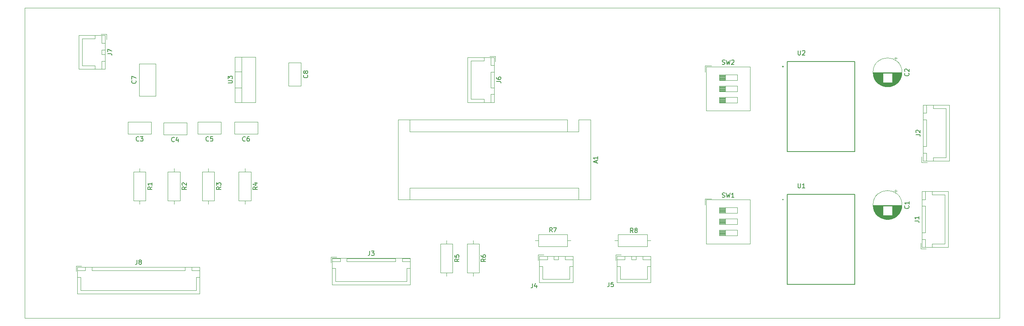
<source format=gbr>
%TF.GenerationSoftware,KiCad,Pcbnew,(6.0.7)*%
%TF.CreationDate,2023-06-05T07:56:33+05:30*%
%TF.ProjectId,acpm-arduino_motor_part,6163706d-2d61-4726-9475-696e6f5f6d6f,rev?*%
%TF.SameCoordinates,Original*%
%TF.FileFunction,Legend,Top*%
%TF.FilePolarity,Positive*%
%FSLAX46Y46*%
G04 Gerber Fmt 4.6, Leading zero omitted, Abs format (unit mm)*
G04 Created by KiCad (PCBNEW (6.0.7)) date 2023-06-05 07:56:33*
%MOMM*%
%LPD*%
G01*
G04 APERTURE LIST*
%TA.AperFunction,Profile*%
%ADD10C,0.100000*%
%TD*%
%ADD11C,0.150000*%
%ADD12C,0.120000*%
%ADD13C,0.127000*%
%ADD14C,0.200000*%
G04 APERTURE END LIST*
D10*
X39000000Y-38000000D02*
X259000000Y-38000000D01*
X259000000Y-38000000D02*
X259000000Y-108000000D01*
X259000000Y-108000000D02*
X39000000Y-108000000D01*
X39000000Y-108000000D02*
X39000000Y-38000000D01*
D11*
%TO.C,J8*%
X64369166Y-94877380D02*
X64369166Y-95591666D01*
X64321547Y-95734523D01*
X64226309Y-95829761D01*
X64083452Y-95877380D01*
X63988214Y-95877380D01*
X64988214Y-95305952D02*
X64892976Y-95258333D01*
X64845357Y-95210714D01*
X64797738Y-95115476D01*
X64797738Y-95067857D01*
X64845357Y-94972619D01*
X64892976Y-94925000D01*
X64988214Y-94877380D01*
X65178690Y-94877380D01*
X65273928Y-94925000D01*
X65321547Y-94972619D01*
X65369166Y-95067857D01*
X65369166Y-95115476D01*
X65321547Y-95210714D01*
X65273928Y-95258333D01*
X65178690Y-95305952D01*
X64988214Y-95305952D01*
X64892976Y-95353571D01*
X64845357Y-95401190D01*
X64797738Y-95496428D01*
X64797738Y-95686904D01*
X64845357Y-95782142D01*
X64892976Y-95829761D01*
X64988214Y-95877380D01*
X65178690Y-95877380D01*
X65273928Y-95829761D01*
X65321547Y-95782142D01*
X65369166Y-95686904D01*
X65369166Y-95496428D01*
X65321547Y-95401190D01*
X65273928Y-95353571D01*
X65178690Y-95305952D01*
%TO.C,J2*%
X240079880Y-66583333D02*
X240794166Y-66583333D01*
X240937023Y-66630952D01*
X241032261Y-66726190D01*
X241079880Y-66869047D01*
X241079880Y-66964285D01*
X240175119Y-66154761D02*
X240127500Y-66107142D01*
X240079880Y-66011904D01*
X240079880Y-65773809D01*
X240127500Y-65678571D01*
X240175119Y-65630952D01*
X240270357Y-65583333D01*
X240365595Y-65583333D01*
X240508452Y-65630952D01*
X241079880Y-66202380D01*
X241079880Y-65583333D01*
%TO.C,U2*%
X213495595Y-47637380D02*
X213495595Y-48446904D01*
X213543214Y-48542142D01*
X213590833Y-48589761D01*
X213686071Y-48637380D01*
X213876547Y-48637380D01*
X213971785Y-48589761D01*
X214019404Y-48542142D01*
X214067023Y-48446904D01*
X214067023Y-47637380D01*
X214495595Y-47732619D02*
X214543214Y-47685000D01*
X214638452Y-47637380D01*
X214876547Y-47637380D01*
X214971785Y-47685000D01*
X215019404Y-47732619D01*
X215067023Y-47827857D01*
X215067023Y-47923095D01*
X215019404Y-48065952D01*
X214447976Y-48637380D01*
X215067023Y-48637380D01*
%TO.C,J7*%
X57704880Y-48333333D02*
X58419166Y-48333333D01*
X58562023Y-48380952D01*
X58657261Y-48476190D01*
X58704880Y-48619047D01*
X58704880Y-48714285D01*
X57704880Y-47952380D02*
X57704880Y-47285714D01*
X58704880Y-47714285D01*
%TO.C,C7*%
X64059642Y-54416666D02*
X64107261Y-54464285D01*
X64154880Y-54607142D01*
X64154880Y-54702380D01*
X64107261Y-54845238D01*
X64012023Y-54940476D01*
X63916785Y-54988095D01*
X63726309Y-55035714D01*
X63583452Y-55035714D01*
X63392976Y-54988095D01*
X63297738Y-54940476D01*
X63202500Y-54845238D01*
X63154880Y-54702380D01*
X63154880Y-54607142D01*
X63202500Y-54464285D01*
X63250119Y-54416666D01*
X63154880Y-54083333D02*
X63154880Y-53416666D01*
X64154880Y-53845238D01*
%TO.C,J1*%
X239829880Y-86083333D02*
X240544166Y-86083333D01*
X240687023Y-86130952D01*
X240782261Y-86226190D01*
X240829880Y-86369047D01*
X240829880Y-86464285D01*
X240829880Y-85083333D02*
X240829880Y-85654761D01*
X240829880Y-85369047D02*
X239829880Y-85369047D01*
X239972738Y-85464285D01*
X240067976Y-85559523D01*
X240115595Y-85654761D01*
%TO.C,C5*%
X80535833Y-67982142D02*
X80488214Y-68029761D01*
X80345357Y-68077380D01*
X80250119Y-68077380D01*
X80107261Y-68029761D01*
X80012023Y-67934523D01*
X79964404Y-67839285D01*
X79916785Y-67648809D01*
X79916785Y-67505952D01*
X79964404Y-67315476D01*
X80012023Y-67220238D01*
X80107261Y-67125000D01*
X80250119Y-67077380D01*
X80345357Y-67077380D01*
X80488214Y-67125000D01*
X80535833Y-67172619D01*
X81440595Y-67077380D02*
X80964404Y-67077380D01*
X80916785Y-67553571D01*
X80964404Y-67505952D01*
X81059642Y-67458333D01*
X81297738Y-67458333D01*
X81392976Y-67505952D01*
X81440595Y-67553571D01*
X81488214Y-67648809D01*
X81488214Y-67886904D01*
X81440595Y-67982142D01*
X81392976Y-68029761D01*
X81297738Y-68077380D01*
X81059642Y-68077380D01*
X80964404Y-68029761D01*
X80916785Y-67982142D01*
%TO.C,A1*%
X167999166Y-72974285D02*
X167999166Y-72498095D01*
X168284880Y-73069523D02*
X167284880Y-72736190D01*
X168284880Y-72402857D01*
X168284880Y-71545714D02*
X168284880Y-72117142D01*
X168284880Y-71831428D02*
X167284880Y-71831428D01*
X167427738Y-71926666D01*
X167522976Y-72021904D01*
X167570595Y-72117142D01*
%TO.C,U3*%
X84884880Y-54971904D02*
X85694404Y-54971904D01*
X85789642Y-54924285D01*
X85837261Y-54876666D01*
X85884880Y-54781428D01*
X85884880Y-54590952D01*
X85837261Y-54495714D01*
X85789642Y-54448095D01*
X85694404Y-54400476D01*
X84884880Y-54400476D01*
X84884880Y-54019523D02*
X84884880Y-53400476D01*
X85265833Y-53733809D01*
X85265833Y-53590952D01*
X85313452Y-53495714D01*
X85361071Y-53448095D01*
X85456309Y-53400476D01*
X85694404Y-53400476D01*
X85789642Y-53448095D01*
X85837261Y-53495714D01*
X85884880Y-53590952D01*
X85884880Y-53876666D01*
X85837261Y-53971904D01*
X85789642Y-54019523D01*
%TO.C,C3*%
X64785833Y-67982142D02*
X64738214Y-68029761D01*
X64595357Y-68077380D01*
X64500119Y-68077380D01*
X64357261Y-68029761D01*
X64262023Y-67934523D01*
X64214404Y-67839285D01*
X64166785Y-67648809D01*
X64166785Y-67505952D01*
X64214404Y-67315476D01*
X64262023Y-67220238D01*
X64357261Y-67125000D01*
X64500119Y-67077380D01*
X64595357Y-67077380D01*
X64738214Y-67125000D01*
X64785833Y-67172619D01*
X65119166Y-67077380D02*
X65738214Y-67077380D01*
X65404880Y-67458333D01*
X65547738Y-67458333D01*
X65642976Y-67505952D01*
X65690595Y-67553571D01*
X65738214Y-67648809D01*
X65738214Y-67886904D01*
X65690595Y-67982142D01*
X65642976Y-68029761D01*
X65547738Y-68077380D01*
X65262023Y-68077380D01*
X65166785Y-68029761D01*
X65119166Y-67982142D01*
%TO.C,R2*%
X75524880Y-78416666D02*
X75048690Y-78750000D01*
X75524880Y-78988095D02*
X74524880Y-78988095D01*
X74524880Y-78607142D01*
X74572500Y-78511904D01*
X74620119Y-78464285D01*
X74715357Y-78416666D01*
X74858214Y-78416666D01*
X74953452Y-78464285D01*
X75001071Y-78511904D01*
X75048690Y-78607142D01*
X75048690Y-78988095D01*
X74620119Y-78035714D02*
X74572500Y-77988095D01*
X74524880Y-77892857D01*
X74524880Y-77654761D01*
X74572500Y-77559523D01*
X74620119Y-77511904D01*
X74715357Y-77464285D01*
X74810595Y-77464285D01*
X74953452Y-77511904D01*
X75524880Y-78083333D01*
X75524880Y-77464285D01*
%TO.C,C8*%
X102809642Y-53166666D02*
X102857261Y-53214285D01*
X102904880Y-53357142D01*
X102904880Y-53452380D01*
X102857261Y-53595238D01*
X102762023Y-53690476D01*
X102666785Y-53738095D01*
X102476309Y-53785714D01*
X102333452Y-53785714D01*
X102142976Y-53738095D01*
X102047738Y-53690476D01*
X101952500Y-53595238D01*
X101904880Y-53452380D01*
X101904880Y-53357142D01*
X101952500Y-53214285D01*
X102000119Y-53166666D01*
X102333452Y-52595238D02*
X102285833Y-52690476D01*
X102238214Y-52738095D01*
X102142976Y-52785714D01*
X102095357Y-52785714D01*
X102000119Y-52738095D01*
X101952500Y-52690476D01*
X101904880Y-52595238D01*
X101904880Y-52404761D01*
X101952500Y-52309523D01*
X102000119Y-52261904D01*
X102095357Y-52214285D01*
X102142976Y-52214285D01*
X102238214Y-52261904D01*
X102285833Y-52309523D01*
X102333452Y-52404761D01*
X102333452Y-52595238D01*
X102381071Y-52690476D01*
X102428690Y-52738095D01*
X102523928Y-52785714D01*
X102714404Y-52785714D01*
X102809642Y-52738095D01*
X102857261Y-52690476D01*
X102904880Y-52595238D01*
X102904880Y-52404761D01*
X102857261Y-52309523D01*
X102809642Y-52261904D01*
X102714404Y-52214285D01*
X102523928Y-52214285D01*
X102428690Y-52261904D01*
X102381071Y-52309523D01*
X102333452Y-52404761D01*
%TO.C,R6*%
X143024880Y-94666666D02*
X142548690Y-95000000D01*
X143024880Y-95238095D02*
X142024880Y-95238095D01*
X142024880Y-94857142D01*
X142072500Y-94761904D01*
X142120119Y-94714285D01*
X142215357Y-94666666D01*
X142358214Y-94666666D01*
X142453452Y-94714285D01*
X142501071Y-94761904D01*
X142548690Y-94857142D01*
X142548690Y-95238095D01*
X142024880Y-93809523D02*
X142024880Y-94000000D01*
X142072500Y-94095238D01*
X142120119Y-94142857D01*
X142262976Y-94238095D01*
X142453452Y-94285714D01*
X142834404Y-94285714D01*
X142929642Y-94238095D01*
X142977261Y-94190476D01*
X143024880Y-94095238D01*
X143024880Y-93904761D01*
X142977261Y-93809523D01*
X142929642Y-93761904D01*
X142834404Y-93714285D01*
X142596309Y-93714285D01*
X142501071Y-93761904D01*
X142453452Y-93809523D01*
X142405833Y-93904761D01*
X142405833Y-94095238D01*
X142453452Y-94190476D01*
X142501071Y-94238095D01*
X142596309Y-94285714D01*
%TO.C,J3*%
X116869166Y-92877380D02*
X116869166Y-93591666D01*
X116821547Y-93734523D01*
X116726309Y-93829761D01*
X116583452Y-93877380D01*
X116488214Y-93877380D01*
X117250119Y-92877380D02*
X117869166Y-92877380D01*
X117535833Y-93258333D01*
X117678690Y-93258333D01*
X117773928Y-93305952D01*
X117821547Y-93353571D01*
X117869166Y-93448809D01*
X117869166Y-93686904D01*
X117821547Y-93782142D01*
X117773928Y-93829761D01*
X117678690Y-93877380D01*
X117392976Y-93877380D01*
X117297738Y-93829761D01*
X117250119Y-93782142D01*
%TO.C,C6*%
X88785833Y-67982142D02*
X88738214Y-68029761D01*
X88595357Y-68077380D01*
X88500119Y-68077380D01*
X88357261Y-68029761D01*
X88262023Y-67934523D01*
X88214404Y-67839285D01*
X88166785Y-67648809D01*
X88166785Y-67505952D01*
X88214404Y-67315476D01*
X88262023Y-67220238D01*
X88357261Y-67125000D01*
X88500119Y-67077380D01*
X88595357Y-67077380D01*
X88738214Y-67125000D01*
X88785833Y-67172619D01*
X89642976Y-67077380D02*
X89452500Y-67077380D01*
X89357261Y-67125000D01*
X89309642Y-67172619D01*
X89214404Y-67315476D01*
X89166785Y-67505952D01*
X89166785Y-67886904D01*
X89214404Y-67982142D01*
X89262023Y-68029761D01*
X89357261Y-68077380D01*
X89547738Y-68077380D01*
X89642976Y-68029761D01*
X89690595Y-67982142D01*
X89738214Y-67886904D01*
X89738214Y-67648809D01*
X89690595Y-67553571D01*
X89642976Y-67505952D01*
X89547738Y-67458333D01*
X89357261Y-67458333D01*
X89262023Y-67505952D01*
X89214404Y-67553571D01*
X89166785Y-67648809D01*
%TO.C,R4*%
X91524880Y-78416666D02*
X91048690Y-78750000D01*
X91524880Y-78988095D02*
X90524880Y-78988095D01*
X90524880Y-78607142D01*
X90572500Y-78511904D01*
X90620119Y-78464285D01*
X90715357Y-78416666D01*
X90858214Y-78416666D01*
X90953452Y-78464285D01*
X91001071Y-78511904D01*
X91048690Y-78607142D01*
X91048690Y-78988095D01*
X90858214Y-77559523D02*
X91524880Y-77559523D01*
X90477261Y-77797619D02*
X91191547Y-78035714D01*
X91191547Y-77416666D01*
%TO.C,J4*%
X153619166Y-100202380D02*
X153619166Y-100916666D01*
X153571547Y-101059523D01*
X153476309Y-101154761D01*
X153333452Y-101202380D01*
X153238214Y-101202380D01*
X154523928Y-100535714D02*
X154523928Y-101202380D01*
X154285833Y-100154761D02*
X154047738Y-100869047D01*
X154666785Y-100869047D01*
%TO.C,SW2*%
X196411666Y-50709761D02*
X196554523Y-50757380D01*
X196792619Y-50757380D01*
X196887857Y-50709761D01*
X196935476Y-50662142D01*
X196983095Y-50566904D01*
X196983095Y-50471666D01*
X196935476Y-50376428D01*
X196887857Y-50328809D01*
X196792619Y-50281190D01*
X196602142Y-50233571D01*
X196506904Y-50185952D01*
X196459285Y-50138333D01*
X196411666Y-50043095D01*
X196411666Y-49947857D01*
X196459285Y-49852619D01*
X196506904Y-49805000D01*
X196602142Y-49757380D01*
X196840238Y-49757380D01*
X196983095Y-49805000D01*
X197316428Y-49757380D02*
X197554523Y-50757380D01*
X197745000Y-50043095D01*
X197935476Y-50757380D01*
X198173571Y-49757380D01*
X198506904Y-49852619D02*
X198554523Y-49805000D01*
X198649761Y-49757380D01*
X198887857Y-49757380D01*
X198983095Y-49805000D01*
X199030714Y-49852619D01*
X199078333Y-49947857D01*
X199078333Y-50043095D01*
X199030714Y-50185952D01*
X198459285Y-50757380D01*
X199078333Y-50757380D01*
%TO.C,C4*%
X72785833Y-68107142D02*
X72738214Y-68154761D01*
X72595357Y-68202380D01*
X72500119Y-68202380D01*
X72357261Y-68154761D01*
X72262023Y-68059523D01*
X72214404Y-67964285D01*
X72166785Y-67773809D01*
X72166785Y-67630952D01*
X72214404Y-67440476D01*
X72262023Y-67345238D01*
X72357261Y-67250000D01*
X72500119Y-67202380D01*
X72595357Y-67202380D01*
X72738214Y-67250000D01*
X72785833Y-67297619D01*
X73642976Y-67535714D02*
X73642976Y-68202380D01*
X73404880Y-67154761D02*
X73166785Y-67869047D01*
X73785833Y-67869047D01*
%TO.C,R5*%
X137024880Y-94666666D02*
X136548690Y-95000000D01*
X137024880Y-95238095D02*
X136024880Y-95238095D01*
X136024880Y-94857142D01*
X136072500Y-94761904D01*
X136120119Y-94714285D01*
X136215357Y-94666666D01*
X136358214Y-94666666D01*
X136453452Y-94714285D01*
X136501071Y-94761904D01*
X136548690Y-94857142D01*
X136548690Y-95238095D01*
X136024880Y-93761904D02*
X136024880Y-94238095D01*
X136501071Y-94285714D01*
X136453452Y-94238095D01*
X136405833Y-94142857D01*
X136405833Y-93904761D01*
X136453452Y-93809523D01*
X136501071Y-93761904D01*
X136596309Y-93714285D01*
X136834404Y-93714285D01*
X136929642Y-93761904D01*
X136977261Y-93809523D01*
X137024880Y-93904761D01*
X137024880Y-94142857D01*
X136977261Y-94238095D01*
X136929642Y-94285714D01*
%TO.C,R1*%
X67774880Y-78416666D02*
X67298690Y-78750000D01*
X67774880Y-78988095D02*
X66774880Y-78988095D01*
X66774880Y-78607142D01*
X66822500Y-78511904D01*
X66870119Y-78464285D01*
X66965357Y-78416666D01*
X67108214Y-78416666D01*
X67203452Y-78464285D01*
X67251071Y-78511904D01*
X67298690Y-78607142D01*
X67298690Y-78988095D01*
X67774880Y-77464285D02*
X67774880Y-78035714D01*
X67774880Y-77750000D02*
X66774880Y-77750000D01*
X66917738Y-77845238D01*
X67012976Y-77940476D01*
X67060595Y-78035714D01*
%TO.C,R8*%
X176285833Y-88702380D02*
X175952500Y-88226190D01*
X175714404Y-88702380D02*
X175714404Y-87702380D01*
X176095357Y-87702380D01*
X176190595Y-87750000D01*
X176238214Y-87797619D01*
X176285833Y-87892857D01*
X176285833Y-88035714D01*
X176238214Y-88130952D01*
X176190595Y-88178571D01*
X176095357Y-88226190D01*
X175714404Y-88226190D01*
X176857261Y-88130952D02*
X176762023Y-88083333D01*
X176714404Y-88035714D01*
X176666785Y-87940476D01*
X176666785Y-87892857D01*
X176714404Y-87797619D01*
X176762023Y-87750000D01*
X176857261Y-87702380D01*
X177047738Y-87702380D01*
X177142976Y-87750000D01*
X177190595Y-87797619D01*
X177238214Y-87892857D01*
X177238214Y-87940476D01*
X177190595Y-88035714D01*
X177142976Y-88083333D01*
X177047738Y-88130952D01*
X176857261Y-88130952D01*
X176762023Y-88178571D01*
X176714404Y-88226190D01*
X176666785Y-88321428D01*
X176666785Y-88511904D01*
X176714404Y-88607142D01*
X176762023Y-88654761D01*
X176857261Y-88702380D01*
X177047738Y-88702380D01*
X177142976Y-88654761D01*
X177190595Y-88607142D01*
X177238214Y-88511904D01*
X177238214Y-88321428D01*
X177190595Y-88226190D01*
X177142976Y-88178571D01*
X177047738Y-88130952D01*
%TO.C,J5*%
X170869166Y-99952380D02*
X170869166Y-100666666D01*
X170821547Y-100809523D01*
X170726309Y-100904761D01*
X170583452Y-100952380D01*
X170488214Y-100952380D01*
X171821547Y-99952380D02*
X171345357Y-99952380D01*
X171297738Y-100428571D01*
X171345357Y-100380952D01*
X171440595Y-100333333D01*
X171678690Y-100333333D01*
X171773928Y-100380952D01*
X171821547Y-100428571D01*
X171869166Y-100523809D01*
X171869166Y-100761904D01*
X171821547Y-100857142D01*
X171773928Y-100904761D01*
X171678690Y-100952380D01*
X171440595Y-100952380D01*
X171345357Y-100904761D01*
X171297738Y-100857142D01*
%TO.C,SW1*%
X196411666Y-80709761D02*
X196554523Y-80757380D01*
X196792619Y-80757380D01*
X196887857Y-80709761D01*
X196935476Y-80662142D01*
X196983095Y-80566904D01*
X196983095Y-80471666D01*
X196935476Y-80376428D01*
X196887857Y-80328809D01*
X196792619Y-80281190D01*
X196602142Y-80233571D01*
X196506904Y-80185952D01*
X196459285Y-80138333D01*
X196411666Y-80043095D01*
X196411666Y-79947857D01*
X196459285Y-79852619D01*
X196506904Y-79805000D01*
X196602142Y-79757380D01*
X196840238Y-79757380D01*
X196983095Y-79805000D01*
X197316428Y-79757380D02*
X197554523Y-80757380D01*
X197745000Y-80043095D01*
X197935476Y-80757380D01*
X198173571Y-79757380D01*
X199078333Y-80757380D02*
X198506904Y-80757380D01*
X198792619Y-80757380D02*
X198792619Y-79757380D01*
X198697380Y-79900238D01*
X198602142Y-79995476D01*
X198506904Y-80043095D01*
%TO.C,J6*%
X145479880Y-54583333D02*
X146194166Y-54583333D01*
X146337023Y-54630952D01*
X146432261Y-54726190D01*
X146479880Y-54869047D01*
X146479880Y-54964285D01*
X145479880Y-53678571D02*
X145479880Y-53869047D01*
X145527500Y-53964285D01*
X145575119Y-54011904D01*
X145717976Y-54107142D01*
X145908452Y-54154761D01*
X146289404Y-54154761D01*
X146384642Y-54107142D01*
X146432261Y-54059523D01*
X146479880Y-53964285D01*
X146479880Y-53773809D01*
X146432261Y-53678571D01*
X146384642Y-53630952D01*
X146289404Y-53583333D01*
X146051309Y-53583333D01*
X145956071Y-53630952D01*
X145908452Y-53678571D01*
X145860833Y-53773809D01*
X145860833Y-53964285D01*
X145908452Y-54059523D01*
X145956071Y-54107142D01*
X146051309Y-54154761D01*
%TO.C,C1*%
X238459642Y-82666666D02*
X238507261Y-82714285D01*
X238554880Y-82857142D01*
X238554880Y-82952380D01*
X238507261Y-83095238D01*
X238412023Y-83190476D01*
X238316785Y-83238095D01*
X238126309Y-83285714D01*
X237983452Y-83285714D01*
X237792976Y-83238095D01*
X237697738Y-83190476D01*
X237602500Y-83095238D01*
X237554880Y-82952380D01*
X237554880Y-82857142D01*
X237602500Y-82714285D01*
X237650119Y-82666666D01*
X238554880Y-81714285D02*
X238554880Y-82285714D01*
X238554880Y-82000000D02*
X237554880Y-82000000D01*
X237697738Y-82095238D01*
X237792976Y-82190476D01*
X237840595Y-82285714D01*
%TO.C,U1*%
X213495595Y-77637380D02*
X213495595Y-78446904D01*
X213543214Y-78542142D01*
X213590833Y-78589761D01*
X213686071Y-78637380D01*
X213876547Y-78637380D01*
X213971785Y-78589761D01*
X214019404Y-78542142D01*
X214067023Y-78446904D01*
X214067023Y-77637380D01*
X215067023Y-78637380D02*
X214495595Y-78637380D01*
X214781309Y-78637380D02*
X214781309Y-77637380D01*
X214686071Y-77780238D01*
X214590833Y-77875476D01*
X214495595Y-77923095D01*
%TO.C,R3*%
X83274880Y-78416666D02*
X82798690Y-78750000D01*
X83274880Y-78988095D02*
X82274880Y-78988095D01*
X82274880Y-78607142D01*
X82322500Y-78511904D01*
X82370119Y-78464285D01*
X82465357Y-78416666D01*
X82608214Y-78416666D01*
X82703452Y-78464285D01*
X82751071Y-78511904D01*
X82798690Y-78607142D01*
X82798690Y-78988095D01*
X82274880Y-78083333D02*
X82274880Y-77464285D01*
X82655833Y-77797619D01*
X82655833Y-77654761D01*
X82703452Y-77559523D01*
X82751071Y-77511904D01*
X82846309Y-77464285D01*
X83084404Y-77464285D01*
X83179642Y-77511904D01*
X83227261Y-77559523D01*
X83274880Y-77654761D01*
X83274880Y-77940476D01*
X83227261Y-78035714D01*
X83179642Y-78083333D01*
%TO.C,R7*%
X158035833Y-88582380D02*
X157702500Y-88106190D01*
X157464404Y-88582380D02*
X157464404Y-87582380D01*
X157845357Y-87582380D01*
X157940595Y-87630000D01*
X157988214Y-87677619D01*
X158035833Y-87772857D01*
X158035833Y-87915714D01*
X157988214Y-88010952D01*
X157940595Y-88058571D01*
X157845357Y-88106190D01*
X157464404Y-88106190D01*
X158369166Y-87582380D02*
X159035833Y-87582380D01*
X158607261Y-88582380D01*
%TO.C,C2*%
X238459642Y-52734287D02*
X238507261Y-52781906D01*
X238554880Y-52924763D01*
X238554880Y-53020001D01*
X238507261Y-53162859D01*
X238412023Y-53258097D01*
X238316785Y-53305716D01*
X238126309Y-53353335D01*
X237983452Y-53353335D01*
X237792976Y-53305716D01*
X237697738Y-53258097D01*
X237602500Y-53162859D01*
X237554880Y-53020001D01*
X237554880Y-52924763D01*
X237602500Y-52781906D01*
X237650119Y-52734287D01*
X237650119Y-52353335D02*
X237602500Y-52305716D01*
X237554880Y-52210478D01*
X237554880Y-51972382D01*
X237602500Y-51877144D01*
X237650119Y-51829525D01*
X237745357Y-51781906D01*
X237840595Y-51781906D01*
X237983452Y-51829525D01*
X238554880Y-52400954D01*
X238554880Y-51781906D01*
D12*
%TO.C,J8*%
X51652500Y-98775000D02*
X51652500Y-101725000D01*
X50602500Y-96225000D02*
X50602500Y-97475000D01*
X78512500Y-102485000D02*
X78512500Y-96515000D01*
X77752500Y-98775000D02*
X77752500Y-101725000D01*
X78502500Y-97275000D02*
X78502500Y-96525000D01*
X50902500Y-96525000D02*
X50902500Y-97275000D01*
X75202500Y-97275000D02*
X75202500Y-96525000D01*
X76702500Y-97275000D02*
X78502500Y-97275000D01*
X76702500Y-96525000D02*
X76702500Y-97275000D01*
X50892500Y-96515000D02*
X50892500Y-102485000D01*
X78512500Y-96515000D02*
X50892500Y-96515000D01*
X50892500Y-102485000D02*
X78512500Y-102485000D01*
X77752500Y-101725000D02*
X64702500Y-101725000D01*
X50902500Y-97275000D02*
X52702500Y-97275000D01*
X78502500Y-96525000D02*
X76702500Y-96525000D01*
X75202500Y-96525000D02*
X54202500Y-96525000D01*
X52702500Y-96525000D02*
X50902500Y-96525000D01*
X51852500Y-96225000D02*
X50602500Y-96225000D01*
X51652500Y-101725000D02*
X64702500Y-101725000D01*
X54202500Y-97275000D02*
X75202500Y-97275000D01*
X78502500Y-98775000D02*
X77752500Y-98775000D01*
X50902500Y-98775000D02*
X51652500Y-98775000D01*
X54202500Y-96525000D02*
X54202500Y-97275000D01*
X52702500Y-97275000D02*
X52702500Y-96525000D01*
%TO.C,J2*%
X241427500Y-72850000D02*
X242677500Y-72850000D01*
X242477500Y-70750000D02*
X241727500Y-70750000D01*
X241727500Y-69250000D02*
X242477500Y-69250000D01*
X243977500Y-72550000D02*
X243977500Y-71800000D01*
X241727500Y-72550000D02*
X242477500Y-72550000D01*
X241427500Y-71600000D02*
X241427500Y-72850000D01*
X241717500Y-59940000D02*
X241717500Y-72560000D01*
X241727500Y-63250000D02*
X241727500Y-69250000D01*
X247687500Y-72560000D02*
X247687500Y-59940000D01*
X243977500Y-59950000D02*
X243977500Y-60700000D01*
X247687500Y-59940000D02*
X241717500Y-59940000D01*
X242477500Y-69250000D02*
X242477500Y-63250000D01*
X241717500Y-72560000D02*
X247687500Y-72560000D01*
X241727500Y-59950000D02*
X241727500Y-61750000D01*
X241727500Y-61750000D02*
X242477500Y-61750000D01*
X242477500Y-63250000D02*
X241727500Y-63250000D01*
X243977500Y-60700000D02*
X246927500Y-60700000D01*
X241727500Y-70750000D02*
X241727500Y-72550000D01*
X242477500Y-59950000D02*
X241727500Y-59950000D01*
X246927500Y-71800000D02*
X246927500Y-66250000D01*
X242477500Y-72550000D02*
X242477500Y-70750000D01*
X246927500Y-60700000D02*
X246927500Y-66250000D01*
X242477500Y-61750000D02*
X242477500Y-59950000D01*
X243977500Y-71800000D02*
X246927500Y-71800000D01*
D13*
%TO.C,U2*%
X226322500Y-50090000D02*
X226322500Y-70410000D01*
X211082500Y-70410000D02*
X211082500Y-50090000D01*
X211082500Y-50090000D02*
X226322500Y-50090000D01*
X226322500Y-70410000D02*
X211082500Y-70410000D01*
D14*
X210202500Y-51250000D02*
G75*
G03*
X210202500Y-51250000I-100000J0D01*
G01*
D12*
%TO.C,J7*%
X54902500Y-44950000D02*
X51952500Y-44950000D01*
X56402500Y-50000000D02*
X56402500Y-51800000D01*
X57452500Y-45150000D02*
X57452500Y-43900000D01*
X54902500Y-44200000D02*
X54902500Y-44950000D01*
X51952500Y-51050000D02*
X51952500Y-48000000D01*
X56402500Y-51800000D02*
X57152500Y-51800000D01*
X57152500Y-47500000D02*
X56402500Y-47500000D01*
X56402500Y-48500000D02*
X57152500Y-48500000D01*
X56402500Y-47500000D02*
X56402500Y-48500000D01*
X51952500Y-44950000D02*
X51952500Y-48000000D01*
X57152500Y-44200000D02*
X56402500Y-44200000D01*
X54902500Y-51800000D02*
X54902500Y-51050000D01*
X57152500Y-48500000D02*
X57152500Y-47500000D01*
X56402500Y-46000000D02*
X57152500Y-46000000D01*
X57162500Y-51810000D02*
X57162500Y-44190000D01*
X57162500Y-44190000D02*
X51192500Y-44190000D01*
X57452500Y-43900000D02*
X56202500Y-43900000D01*
X56402500Y-44200000D02*
X56402500Y-46000000D01*
X54902500Y-51050000D02*
X51952500Y-51050000D01*
X51192500Y-51810000D02*
X57162500Y-51810000D01*
X57152500Y-50000000D02*
X56402500Y-50000000D01*
X57152500Y-46000000D02*
X57152500Y-44200000D01*
X57152500Y-51800000D02*
X57152500Y-50000000D01*
X51192500Y-44190000D02*
X51192500Y-51810000D01*
%TO.C,C7*%
X68572500Y-57870000D02*
X68572500Y-50630000D01*
X64832500Y-50630000D02*
X68572500Y-50630000D01*
X64832500Y-57870000D02*
X64832500Y-50630000D01*
X64832500Y-57870000D02*
X68572500Y-57870000D01*
%TO.C,J1*%
X241177500Y-91100000D02*
X241177500Y-92350000D01*
X247437500Y-79440000D02*
X241467500Y-79440000D01*
X247437500Y-92060000D02*
X247437500Y-79440000D01*
X243727500Y-91300000D02*
X246677500Y-91300000D01*
X242227500Y-79450000D02*
X241477500Y-79450000D01*
X242227500Y-92050000D02*
X242227500Y-90250000D01*
X242227500Y-90250000D02*
X241477500Y-90250000D01*
X243727500Y-79450000D02*
X243727500Y-80200000D01*
X241477500Y-90250000D02*
X241477500Y-92050000D01*
X241477500Y-81250000D02*
X242227500Y-81250000D01*
X243727500Y-92050000D02*
X243727500Y-91300000D01*
X241467500Y-92060000D02*
X247437500Y-92060000D01*
X241477500Y-92050000D02*
X242227500Y-92050000D01*
X246677500Y-91300000D02*
X246677500Y-85750000D01*
X242227500Y-88750000D02*
X242227500Y-82750000D01*
X241467500Y-79440000D02*
X241467500Y-92060000D01*
X242227500Y-81250000D02*
X242227500Y-79450000D01*
X241477500Y-82750000D02*
X241477500Y-88750000D01*
X241177500Y-92350000D02*
X242427500Y-92350000D01*
X246677500Y-80200000D02*
X246677500Y-85750000D01*
X241477500Y-88750000D02*
X242227500Y-88750000D01*
X243727500Y-80200000D02*
X246677500Y-80200000D01*
X242227500Y-82750000D02*
X241477500Y-82750000D01*
X241477500Y-79450000D02*
X241477500Y-81250000D01*
%TO.C,C5*%
X83322500Y-66495000D02*
X78082500Y-66495000D01*
X83322500Y-66495000D02*
X83322500Y-63755000D01*
X83322500Y-63755000D02*
X78082500Y-63755000D01*
X78082500Y-66495000D02*
X78082500Y-63755000D01*
%TO.C,A1*%
X161482500Y-65910000D02*
X161482500Y-63240000D01*
X123252500Y-63240000D02*
X123252500Y-81280000D01*
X161482500Y-65910000D02*
X125922500Y-65910000D01*
X166692500Y-81280000D02*
X166692500Y-63240000D01*
X164022500Y-78610000D02*
X125922500Y-78610000D01*
X161482500Y-65910000D02*
X164022500Y-65910000D01*
X164022500Y-78610000D02*
X164022500Y-81280000D01*
X166692500Y-63240000D02*
X164022500Y-63240000D01*
X125922500Y-65910000D02*
X125922500Y-63240000D01*
X125922500Y-78610000D02*
X125922500Y-81280000D01*
X123252500Y-81280000D02*
X166692500Y-81280000D01*
X161482500Y-63240000D02*
X123252500Y-63240000D01*
X164022500Y-65910000D02*
X164022500Y-63240000D01*
%TO.C,U3*%
X86432500Y-56060000D02*
X87942500Y-56060000D01*
X86432500Y-52359000D02*
X87942500Y-52359000D01*
X87942500Y-59330000D02*
X87942500Y-49090000D01*
X86432500Y-59330000D02*
X86432500Y-49090000D01*
X91073500Y-59330000D02*
X91073500Y-49090000D01*
X86432500Y-59330000D02*
X91073500Y-59330000D01*
X86432500Y-49090000D02*
X91073500Y-49090000D01*
%TO.C,C3*%
X67572500Y-63755000D02*
X62332500Y-63755000D01*
X67572500Y-66495000D02*
X62332500Y-66495000D01*
X62332500Y-66495000D02*
X62332500Y-63755000D01*
X67572500Y-66495000D02*
X67572500Y-63755000D01*
%TO.C,R2*%
X72702500Y-82290000D02*
X72702500Y-81520000D01*
X71332500Y-81520000D02*
X74072500Y-81520000D01*
X74072500Y-74980000D02*
X71332500Y-74980000D01*
X72702500Y-74210000D02*
X72702500Y-74980000D01*
X74072500Y-81520000D02*
X74072500Y-74980000D01*
X71332500Y-74980000D02*
X71332500Y-81520000D01*
%TO.C,C8*%
X101322500Y-50380000D02*
X101322500Y-55620000D01*
X101322500Y-50380000D02*
X98582500Y-50380000D01*
X101322500Y-55620000D02*
X98582500Y-55620000D01*
X98582500Y-50380000D02*
X98582500Y-55620000D01*
%TO.C,R6*%
X140202500Y-98540000D02*
X140202500Y-97770000D01*
X141572500Y-91230000D02*
X138832500Y-91230000D01*
X138832500Y-97770000D02*
X141572500Y-97770000D01*
X138832500Y-91230000D02*
X138832500Y-97770000D01*
X140202500Y-90460000D02*
X140202500Y-91230000D01*
X141572500Y-97770000D02*
X141572500Y-91230000D01*
%TO.C,J3*%
X110202500Y-94525000D02*
X108402500Y-94525000D01*
X109152500Y-99725000D02*
X117202500Y-99725000D01*
X126012500Y-100485000D02*
X126012500Y-94515000D01*
X109352500Y-94225000D02*
X108102500Y-94225000D01*
X124202500Y-95275000D02*
X126002500Y-95275000D01*
X108392500Y-94515000D02*
X108392500Y-100485000D01*
X125252500Y-96775000D02*
X125252500Y-99725000D01*
X126002500Y-94525000D02*
X124202500Y-94525000D01*
X111702500Y-94525000D02*
X111702500Y-95275000D01*
X124202500Y-94525000D02*
X124202500Y-95275000D01*
X111702500Y-95275000D02*
X122702500Y-95275000D01*
X108392500Y-100485000D02*
X126012500Y-100485000D01*
X108402500Y-95275000D02*
X110202500Y-95275000D01*
X110202500Y-95275000D02*
X110202500Y-94525000D01*
X108102500Y-94225000D02*
X108102500Y-95475000D01*
X122702500Y-94525000D02*
X111702500Y-94525000D01*
X125252500Y-99725000D02*
X117202500Y-99725000D01*
X122702500Y-95275000D02*
X122702500Y-94525000D01*
X108402500Y-96775000D02*
X109152500Y-96775000D01*
X109152500Y-96775000D02*
X109152500Y-99725000D01*
X108402500Y-94525000D02*
X108402500Y-95275000D01*
X126002500Y-95275000D02*
X126002500Y-94525000D01*
X126002500Y-96775000D02*
X125252500Y-96775000D01*
X126012500Y-94515000D02*
X108392500Y-94515000D01*
%TO.C,C6*%
X91572500Y-66495000D02*
X86332500Y-66495000D01*
X91572500Y-63755000D02*
X86332500Y-63755000D01*
X91572500Y-66495000D02*
X91572500Y-63755000D01*
X86332500Y-66495000D02*
X86332500Y-63755000D01*
%TO.C,R4*%
X87332500Y-81520000D02*
X90072500Y-81520000D01*
X87332500Y-74980000D02*
X87332500Y-81520000D01*
X90072500Y-81520000D02*
X90072500Y-74980000D01*
X88702500Y-74210000D02*
X88702500Y-74980000D01*
X88702500Y-82290000D02*
X88702500Y-81520000D01*
X90072500Y-74980000D02*
X87332500Y-74980000D01*
%TO.C,J4*%
X162752500Y-94800000D02*
X162752500Y-94050000D01*
X159452500Y-94050000D02*
X158452500Y-94050000D01*
X162762500Y-100010000D02*
X162762500Y-94040000D01*
X155902500Y-99250000D02*
X158952500Y-99250000D01*
X155142500Y-100010000D02*
X162762500Y-100010000D01*
X162002500Y-99250000D02*
X158952500Y-99250000D01*
X155902500Y-96300000D02*
X155902500Y-99250000D01*
X162752500Y-96300000D02*
X162002500Y-96300000D01*
X158452500Y-94800000D02*
X159452500Y-94800000D01*
X162002500Y-96300000D02*
X162002500Y-99250000D01*
X162752500Y-94050000D02*
X160952500Y-94050000D01*
X162762500Y-94040000D02*
X155142500Y-94040000D01*
X154852500Y-93750000D02*
X154852500Y-95000000D01*
X158452500Y-94050000D02*
X158452500Y-94800000D01*
X155152500Y-94050000D02*
X155152500Y-94800000D01*
X156952500Y-94800000D02*
X156952500Y-94050000D01*
X155152500Y-94800000D02*
X156952500Y-94800000D01*
X155142500Y-94040000D02*
X155142500Y-100010000D01*
X156952500Y-94050000D02*
X155152500Y-94050000D01*
X156102500Y-93750000D02*
X154852500Y-93750000D01*
X159452500Y-94800000D02*
X159452500Y-94050000D01*
X160952500Y-94050000D02*
X160952500Y-94800000D01*
X155152500Y-96300000D02*
X155902500Y-96300000D01*
X160952500Y-94800000D02*
X162752500Y-94800000D01*
%TO.C,SW2*%
X195715000Y-59010000D02*
X197068333Y-59010000D01*
X195715000Y-58410000D02*
X197068333Y-58410000D01*
X195715000Y-56470000D02*
X197068333Y-56470000D01*
X192555000Y-51065000D02*
X192555000Y-52448000D01*
X195715000Y-56590000D02*
X197068333Y-56590000D01*
X195715000Y-58890000D02*
X197068333Y-58890000D01*
X195715000Y-53450000D02*
X197068333Y-53450000D01*
X195715000Y-56900000D02*
X199775000Y-56900000D01*
X195715000Y-53570000D02*
X197068333Y-53570000D01*
X195715000Y-55630000D02*
X195715000Y-56900000D01*
X202695000Y-51305000D02*
X202695000Y-61225000D01*
X195715000Y-56110000D02*
X197068333Y-56110000D01*
X199775000Y-56900000D02*
X199775000Y-55630000D01*
X195715000Y-55870000D02*
X197068333Y-55870000D01*
X199775000Y-59440000D02*
X199775000Y-58170000D01*
X197068333Y-53090000D02*
X197068333Y-54360000D01*
X195715000Y-58530000D02*
X197068333Y-58530000D01*
X195715000Y-53690000D02*
X197068333Y-53690000D01*
X195715000Y-54290000D02*
X197068333Y-54290000D01*
X195715000Y-54360000D02*
X199775000Y-54360000D01*
X195715000Y-56830000D02*
X197068333Y-56830000D01*
X195715000Y-58650000D02*
X197068333Y-58650000D01*
X195715000Y-56710000D02*
X197068333Y-56710000D01*
X197068333Y-55630000D02*
X197068333Y-56900000D01*
X195715000Y-55990000D02*
X197068333Y-55990000D01*
X195715000Y-59440000D02*
X199775000Y-59440000D01*
X197068333Y-58170000D02*
X197068333Y-59440000D01*
X199775000Y-58170000D02*
X195715000Y-58170000D01*
X199775000Y-54360000D02*
X199775000Y-53090000D01*
X195715000Y-58770000D02*
X197068333Y-58770000D01*
X195715000Y-53330000D02*
X197068333Y-53330000D01*
X195715000Y-58290000D02*
X197068333Y-58290000D01*
X195715000Y-53930000D02*
X197068333Y-53930000D01*
X195715000Y-54050000D02*
X197068333Y-54050000D01*
X192795000Y-61225000D02*
X202695000Y-61225000D01*
X195715000Y-59370000D02*
X197068333Y-59370000D01*
X195715000Y-59130000D02*
X197068333Y-59130000D01*
X195715000Y-56350000D02*
X197068333Y-56350000D01*
X192555000Y-51065000D02*
X193939000Y-51065000D01*
X195715000Y-54170000D02*
X197068333Y-54170000D01*
X192795000Y-51305000D02*
X192795000Y-61225000D01*
X195715000Y-53810000D02*
X197068333Y-53810000D01*
X195715000Y-59250000D02*
X197068333Y-59250000D01*
X195715000Y-53090000D02*
X195715000Y-54360000D01*
X195715000Y-53210000D02*
X197068333Y-53210000D01*
X199775000Y-55630000D02*
X195715000Y-55630000D01*
X195715000Y-58170000D02*
X195715000Y-59440000D01*
X195715000Y-56230000D02*
X197068333Y-56230000D01*
X192795000Y-51305000D02*
X202695000Y-51305000D01*
X199775000Y-53090000D02*
X195715000Y-53090000D01*
X195715000Y-55750000D02*
X197068333Y-55750000D01*
%TO.C,C4*%
X75572500Y-66620000D02*
X75572500Y-63880000D01*
X70332500Y-66620000D02*
X70332500Y-63880000D01*
X75572500Y-66620000D02*
X70332500Y-66620000D01*
X75572500Y-63880000D02*
X70332500Y-63880000D01*
%TO.C,R5*%
X134202500Y-90460000D02*
X134202500Y-91230000D01*
X132832500Y-97770000D02*
X135572500Y-97770000D01*
X135572500Y-97770000D02*
X135572500Y-91230000D01*
X132832500Y-91230000D02*
X132832500Y-97770000D01*
X134202500Y-98540000D02*
X134202500Y-97770000D01*
X135572500Y-91230000D02*
X132832500Y-91230000D01*
%TO.C,R1*%
X66322500Y-81520000D02*
X66322500Y-74980000D01*
X64952500Y-82290000D02*
X64952500Y-81520000D01*
X63582500Y-74980000D02*
X63582500Y-81520000D01*
X66322500Y-74980000D02*
X63582500Y-74980000D01*
X64952500Y-74210000D02*
X64952500Y-74980000D01*
X63582500Y-81520000D02*
X66322500Y-81520000D01*
%TO.C,R8*%
X179472500Y-91870000D02*
X179472500Y-89130000D01*
X172932500Y-91870000D02*
X179472500Y-91870000D01*
X172162500Y-90500000D02*
X172932500Y-90500000D01*
X172932500Y-89130000D02*
X172932500Y-91870000D01*
X179472500Y-89130000D02*
X172932500Y-89130000D01*
X180242500Y-90500000D02*
X179472500Y-90500000D01*
%TO.C,J5*%
X179502500Y-96300000D02*
X179502500Y-99250000D01*
X175952500Y-94800000D02*
X176952500Y-94800000D01*
X174452500Y-94800000D02*
X174452500Y-94050000D01*
X173602500Y-93750000D02*
X172352500Y-93750000D01*
X180252500Y-96300000D02*
X179502500Y-96300000D01*
X174452500Y-94050000D02*
X172652500Y-94050000D01*
X176952500Y-94050000D02*
X175952500Y-94050000D01*
X179502500Y-99250000D02*
X176452500Y-99250000D01*
X173402500Y-96300000D02*
X173402500Y-99250000D01*
X173402500Y-99250000D02*
X176452500Y-99250000D01*
X180262500Y-100010000D02*
X180262500Y-94040000D01*
X178452500Y-94050000D02*
X178452500Y-94800000D01*
X172652500Y-96300000D02*
X173402500Y-96300000D01*
X172352500Y-93750000D02*
X172352500Y-95000000D01*
X172652500Y-94050000D02*
X172652500Y-94800000D01*
X172642500Y-94040000D02*
X172642500Y-100010000D01*
X180252500Y-94800000D02*
X180252500Y-94050000D01*
X180262500Y-94040000D02*
X172642500Y-94040000D01*
X176952500Y-94800000D02*
X176952500Y-94050000D01*
X172652500Y-94800000D02*
X174452500Y-94800000D01*
X178452500Y-94800000D02*
X180252500Y-94800000D01*
X172642500Y-100010000D02*
X180262500Y-100010000D01*
X180252500Y-94050000D02*
X178452500Y-94050000D01*
X175952500Y-94050000D02*
X175952500Y-94800000D01*
%TO.C,SW1*%
X202695000Y-81305000D02*
X202695000Y-91225000D01*
X195715000Y-89250000D02*
X197068333Y-89250000D01*
X195715000Y-83570000D02*
X197068333Y-83570000D01*
X192795000Y-91225000D02*
X202695000Y-91225000D01*
X195715000Y-86900000D02*
X199775000Y-86900000D01*
X195715000Y-83690000D02*
X197068333Y-83690000D01*
X195715000Y-86350000D02*
X197068333Y-86350000D01*
X195715000Y-85750000D02*
X197068333Y-85750000D01*
X199775000Y-83090000D02*
X195715000Y-83090000D01*
X195715000Y-85990000D02*
X197068333Y-85990000D01*
X195715000Y-88530000D02*
X197068333Y-88530000D01*
X195715000Y-83810000D02*
X197068333Y-83810000D01*
X195715000Y-89370000D02*
X197068333Y-89370000D01*
X197068333Y-85630000D02*
X197068333Y-86900000D01*
X192555000Y-81065000D02*
X192555000Y-82448000D01*
X195715000Y-86230000D02*
X197068333Y-86230000D01*
X195715000Y-86830000D02*
X197068333Y-86830000D01*
X195715000Y-83330000D02*
X197068333Y-83330000D01*
X192795000Y-81305000D02*
X202695000Y-81305000D01*
X195715000Y-86590000D02*
X197068333Y-86590000D01*
X195715000Y-83450000D02*
X197068333Y-83450000D01*
X195715000Y-88770000D02*
X197068333Y-88770000D01*
X199775000Y-84360000D02*
X199775000Y-83090000D01*
X195715000Y-86470000D02*
X197068333Y-86470000D01*
X195715000Y-88170000D02*
X195715000Y-89440000D01*
X197068333Y-88170000D02*
X197068333Y-89440000D01*
X195715000Y-85870000D02*
X197068333Y-85870000D01*
X195715000Y-84290000D02*
X197068333Y-84290000D01*
X195715000Y-83210000D02*
X197068333Y-83210000D01*
X195715000Y-88890000D02*
X197068333Y-88890000D01*
X195715000Y-88410000D02*
X197068333Y-88410000D01*
X199775000Y-89440000D02*
X199775000Y-88170000D01*
X192795000Y-81305000D02*
X192795000Y-91225000D01*
X195715000Y-84050000D02*
X197068333Y-84050000D01*
X199775000Y-85630000D02*
X195715000Y-85630000D01*
X199775000Y-88170000D02*
X195715000Y-88170000D01*
X195715000Y-83090000D02*
X195715000Y-84360000D01*
X195715000Y-88290000D02*
X197068333Y-88290000D01*
X195715000Y-86710000D02*
X197068333Y-86710000D01*
X195715000Y-85630000D02*
X195715000Y-86900000D01*
X195715000Y-89010000D02*
X197068333Y-89010000D01*
X195715000Y-84360000D02*
X199775000Y-84360000D01*
X195715000Y-83930000D02*
X197068333Y-83930000D01*
X197068333Y-83090000D02*
X197068333Y-84360000D01*
X199775000Y-86900000D02*
X199775000Y-85630000D01*
X195715000Y-89130000D02*
X197068333Y-89130000D01*
X195715000Y-84170000D02*
X197068333Y-84170000D01*
X195715000Y-86110000D02*
X197068333Y-86110000D01*
X195715000Y-88650000D02*
X197068333Y-88650000D01*
X192555000Y-81065000D02*
X193939000Y-81065000D01*
X195715000Y-89440000D02*
X199775000Y-89440000D01*
%TO.C,J6*%
X145227500Y-48900000D02*
X143977500Y-48900000D01*
X144927500Y-51000000D02*
X144927500Y-49200000D01*
X144177500Y-51000000D02*
X144927500Y-51000000D01*
X139727500Y-58550000D02*
X139727500Y-54250000D01*
X142677500Y-59300000D02*
X142677500Y-58550000D01*
X138967500Y-59310000D02*
X144937500Y-59310000D01*
X144927500Y-56000000D02*
X144927500Y-52500000D01*
X138967500Y-49190000D02*
X138967500Y-59310000D01*
X144177500Y-57500000D02*
X144177500Y-59300000D01*
X144927500Y-49200000D02*
X144177500Y-49200000D01*
X145227500Y-50150000D02*
X145227500Y-48900000D01*
X144177500Y-49200000D02*
X144177500Y-51000000D01*
X144927500Y-52500000D02*
X144177500Y-52500000D01*
X142677500Y-58550000D02*
X139727500Y-58550000D01*
X139727500Y-49950000D02*
X139727500Y-54250000D01*
X144937500Y-59310000D02*
X144937500Y-49190000D01*
X142677500Y-49200000D02*
X142677500Y-49950000D01*
X144177500Y-56000000D02*
X144927500Y-56000000D01*
X144177500Y-52500000D02*
X144177500Y-56000000D01*
X142677500Y-49950000D02*
X139727500Y-49950000D01*
X144177500Y-59300000D02*
X144927500Y-59300000D01*
X144927500Y-59300000D02*
X144927500Y-57500000D01*
X144927500Y-57500000D02*
X144177500Y-57500000D01*
X144937500Y-49190000D02*
X138967500Y-49190000D01*
%TO.C,C1*%
X232662500Y-84141000D02*
X230912500Y-84141000D01*
X235697500Y-85061000D02*
X231707500Y-85061000D01*
X236833500Y-83301000D02*
X234742500Y-83301000D01*
X236392500Y-84301000D02*
X234742500Y-84301000D01*
X232662500Y-84741000D02*
X231359500Y-84741000D01*
X235134500Y-85421000D02*
X232270500Y-85421000D01*
X236776500Y-83501000D02*
X234742500Y-83501000D01*
X234504500Y-85661000D02*
X232900500Y-85661000D01*
X236218500Y-84541000D02*
X234742500Y-84541000D01*
X232662500Y-83541000D02*
X230641500Y-83541000D01*
X236366500Y-84341000D02*
X234742500Y-84341000D01*
X232662500Y-83861000D02*
X230768500Y-83861000D01*
X236118500Y-84661000D02*
X234742500Y-84661000D01*
X235856500Y-79314759D02*
X235226500Y-79314759D01*
X235211500Y-85381000D02*
X232193500Y-85381000D01*
X232662500Y-83661000D02*
X230684500Y-83661000D01*
X232662500Y-84421000D02*
X231095500Y-84421000D01*
X235967500Y-84821000D02*
X231437500Y-84821000D01*
X232662500Y-84461000D02*
X231124500Y-84461000D01*
X232662500Y-83421000D02*
X230604500Y-83421000D01*
X232662500Y-83581000D02*
X230655500Y-83581000D01*
X236280500Y-84461000D02*
X234742500Y-84461000D01*
X234335500Y-85701000D02*
X233069500Y-85701000D01*
X235884500Y-84901000D02*
X231520500Y-84901000D01*
X232662500Y-84061000D02*
X230868500Y-84061000D01*
X236932500Y-82500000D02*
X230472500Y-82500000D01*
X232662500Y-83701000D02*
X230700500Y-83701000D01*
X236926500Y-82700000D02*
X230478500Y-82700000D01*
X232662500Y-84581000D02*
X231218500Y-84581000D01*
X236749500Y-83581000D02*
X234742500Y-83581000D01*
X236735500Y-83621000D02*
X234742500Y-83621000D01*
X232662500Y-84661000D02*
X231286500Y-84661000D01*
X236045500Y-84741000D02*
X234742500Y-84741000D01*
X232662500Y-83741000D02*
X230716500Y-83741000D01*
X236891500Y-83020000D02*
X234742500Y-83020000D01*
X236720500Y-83661000D02*
X234742500Y-83661000D01*
X235352500Y-85301000D02*
X232052500Y-85301000D01*
X236309500Y-84421000D02*
X234742500Y-84421000D01*
X236852500Y-83221000D02*
X234742500Y-83221000D01*
X236861500Y-83180000D02*
X234742500Y-83180000D01*
X232662500Y-83621000D02*
X230669500Y-83621000D01*
X236152500Y-84621000D02*
X234742500Y-84621000D01*
X236908500Y-82900000D02*
X234742500Y-82900000D01*
X232662500Y-83020000D02*
X230513500Y-83020000D01*
X232662500Y-84301000D02*
X231012500Y-84301000D01*
X236869500Y-83140000D02*
X234742500Y-83140000D01*
X236843500Y-83261000D02*
X234742500Y-83261000D01*
X232662500Y-82900000D02*
X230496500Y-82900000D01*
X232662500Y-83140000D02*
X230535500Y-83140000D01*
X235416500Y-85261000D02*
X231988500Y-85261000D01*
X236578500Y-83981000D02*
X234742500Y-83981000D01*
X236418500Y-84261000D02*
X234742500Y-84261000D01*
X235746500Y-85021000D02*
X231658500Y-85021000D01*
X232662500Y-83381000D02*
X230592500Y-83381000D01*
X234104500Y-85741000D02*
X233300500Y-85741000D01*
X235478500Y-85221000D02*
X231926500Y-85221000D01*
X236618500Y-83901000D02*
X234742500Y-83901000D01*
X232662500Y-83060000D02*
X230520500Y-83060000D01*
X236186500Y-84581000D02*
X234742500Y-84581000D01*
X232662500Y-84341000D02*
X231038500Y-84341000D01*
X236636500Y-83861000D02*
X234742500Y-83861000D01*
X232662500Y-83301000D02*
X230571500Y-83301000D01*
X232662500Y-84501000D02*
X231154500Y-84501000D01*
X236444500Y-84221000D02*
X234742500Y-84221000D01*
X234761500Y-85581000D02*
X232643500Y-85581000D01*
X235536500Y-85181000D02*
X231868500Y-85181000D01*
X236877500Y-83100000D02*
X234742500Y-83100000D01*
X236492500Y-84141000D02*
X234742500Y-84141000D01*
X236913500Y-82860000D02*
X234742500Y-82860000D01*
X236930500Y-82620000D02*
X230474500Y-82620000D01*
X236598500Y-83941000D02*
X234742500Y-83941000D01*
X235541500Y-78999759D02*
X235541500Y-79629759D01*
X236929500Y-82660000D02*
X230475500Y-82660000D01*
X235052500Y-85461000D02*
X232352500Y-85461000D01*
X236932500Y-82540000D02*
X230472500Y-82540000D01*
X232662500Y-84261000D02*
X230986500Y-84261000D01*
X236704500Y-83701000D02*
X234742500Y-83701000D01*
X232662500Y-83781000D02*
X230732500Y-83781000D01*
X232662500Y-84701000D02*
X231322500Y-84701000D01*
X232662500Y-83981000D02*
X230826500Y-83981000D01*
X234867500Y-85541000D02*
X232537500Y-85541000D01*
X235794500Y-84981000D02*
X231610500Y-84981000D01*
X235646500Y-85101000D02*
X231758500Y-85101000D01*
X232662500Y-84781000D02*
X231397500Y-84781000D01*
X235283500Y-85341000D02*
X232121500Y-85341000D01*
X236763500Y-83541000D02*
X234742500Y-83541000D01*
X236688500Y-83741000D02*
X234742500Y-83741000D01*
X232662500Y-83901000D02*
X230786500Y-83901000D01*
X236800500Y-83421000D02*
X234742500Y-83421000D01*
X232662500Y-83501000D02*
X230628500Y-83501000D01*
X232662500Y-83261000D02*
X230561500Y-83261000D01*
X232662500Y-83100000D02*
X230527500Y-83100000D01*
X236672500Y-83781000D02*
X234742500Y-83781000D01*
X236468500Y-84181000D02*
X234742500Y-84181000D01*
X236897500Y-82980000D02*
X234742500Y-82980000D01*
X232662500Y-84541000D02*
X231186500Y-84541000D01*
X235839500Y-84941000D02*
X231565500Y-84941000D01*
X236812500Y-83381000D02*
X234742500Y-83381000D01*
X236903500Y-82940000D02*
X234742500Y-82940000D01*
X232662500Y-82740000D02*
X230480500Y-82740000D01*
X232662500Y-84381000D02*
X231066500Y-84381000D01*
X232662500Y-83821000D02*
X230750500Y-83821000D01*
X232662500Y-83461000D02*
X230616500Y-83461000D01*
X236932500Y-82580000D02*
X230472500Y-82580000D01*
X236924500Y-82740000D02*
X234742500Y-82740000D01*
X232662500Y-83941000D02*
X230806500Y-83941000D01*
X234642500Y-85621000D02*
X232762500Y-85621000D01*
X236920500Y-82780000D02*
X234742500Y-82780000D01*
X232662500Y-82820000D02*
X230487500Y-82820000D01*
X232662500Y-82780000D02*
X230484500Y-82780000D01*
X236007500Y-84781000D02*
X234742500Y-84781000D01*
X232662500Y-84621000D02*
X231252500Y-84621000D01*
X232662500Y-83221000D02*
X230552500Y-83221000D01*
X236788500Y-83461000D02*
X234742500Y-83461000D01*
X236536500Y-84061000D02*
X234742500Y-84061000D01*
X232662500Y-84101000D02*
X230890500Y-84101000D01*
X236250500Y-84501000D02*
X234742500Y-84501000D01*
X232662500Y-83341000D02*
X230581500Y-83341000D01*
X235926500Y-84861000D02*
X231478500Y-84861000D01*
X232662500Y-84221000D02*
X230960500Y-84221000D01*
X236338500Y-84381000D02*
X234742500Y-84381000D01*
X236917500Y-82820000D02*
X234742500Y-82820000D01*
X232662500Y-83180000D02*
X230543500Y-83180000D01*
X236514500Y-84101000D02*
X234742500Y-84101000D01*
X236082500Y-84701000D02*
X234742500Y-84701000D01*
X236823500Y-83341000D02*
X234742500Y-83341000D01*
X232662500Y-84181000D02*
X230936500Y-84181000D01*
X234964500Y-85501000D02*
X232440500Y-85501000D01*
X232662500Y-82980000D02*
X230507500Y-82980000D01*
X232662500Y-82940000D02*
X230501500Y-82940000D01*
X236884500Y-83060000D02*
X234742500Y-83060000D01*
X235592500Y-85141000D02*
X231812500Y-85141000D01*
X236558500Y-84021000D02*
X234742500Y-84021000D01*
X232662500Y-84021000D02*
X230846500Y-84021000D01*
X232662500Y-82860000D02*
X230491500Y-82860000D01*
X236654500Y-83821000D02*
X234742500Y-83821000D01*
X236972500Y-82500000D02*
G75*
G03*
X236972500Y-82500000I-3270000J0D01*
G01*
D13*
%TO.C,U1*%
X226322500Y-80090000D02*
X226322500Y-100410000D01*
X211082500Y-80090000D02*
X226322500Y-80090000D01*
X211082500Y-100410000D02*
X211082500Y-80090000D01*
X226322500Y-100410000D02*
X211082500Y-100410000D01*
D14*
X210202500Y-81250000D02*
G75*
G03*
X210202500Y-81250000I-100000J0D01*
G01*
D12*
%TO.C,R3*%
X80452500Y-74210000D02*
X80452500Y-74980000D01*
X81822500Y-74980000D02*
X79082500Y-74980000D01*
X80452500Y-82290000D02*
X80452500Y-81520000D01*
X79082500Y-81520000D02*
X81822500Y-81520000D01*
X81822500Y-81520000D02*
X81822500Y-74980000D01*
X79082500Y-74980000D02*
X79082500Y-81520000D01*
%TO.C,R7*%
X161472500Y-89130000D02*
X154932500Y-89130000D01*
X154932500Y-91870000D02*
X161472500Y-91870000D01*
X161472500Y-91870000D02*
X161472500Y-89130000D01*
X162242500Y-90500000D02*
X161472500Y-90500000D01*
X154932500Y-89130000D02*
X154932500Y-91870000D01*
X154162500Y-90500000D02*
X154932500Y-90500000D01*
%TO.C,C2*%
X236920500Y-52847621D02*
X234742500Y-52847621D01*
X236186500Y-54648621D02*
X234742500Y-54648621D01*
X232662500Y-52807621D02*
X230480500Y-52807621D01*
X236788500Y-53528621D02*
X234742500Y-53528621D01*
X235839500Y-55008621D02*
X231565500Y-55008621D01*
X236763500Y-53608621D02*
X234742500Y-53608621D01*
X236118500Y-54728621D02*
X234742500Y-54728621D01*
X234761500Y-55648621D02*
X232643500Y-55648621D01*
X232662500Y-53408621D02*
X230581500Y-53408621D01*
X236338500Y-54448621D02*
X234742500Y-54448621D01*
X236309500Y-54488621D02*
X234742500Y-54488621D01*
X236598500Y-54008621D02*
X234742500Y-54008621D01*
X235134500Y-55488621D02*
X232270500Y-55488621D01*
X236776500Y-53568621D02*
X234742500Y-53568621D01*
X235352500Y-55368621D02*
X232052500Y-55368621D01*
X235746500Y-55088621D02*
X231658500Y-55088621D01*
X232662500Y-54448621D02*
X231066500Y-54448621D01*
X235856500Y-49382380D02*
X235226500Y-49382380D01*
X232662500Y-54648621D02*
X231218500Y-54648621D01*
X232662500Y-54048621D02*
X230826500Y-54048621D01*
X236366500Y-54408621D02*
X234742500Y-54408621D01*
X232662500Y-53568621D02*
X230628500Y-53568621D01*
X232662500Y-54768621D02*
X231322500Y-54768621D01*
X236007500Y-54848621D02*
X234742500Y-54848621D01*
X236578500Y-54048621D02*
X234742500Y-54048621D01*
X236917500Y-52887621D02*
X234742500Y-52887621D01*
X236926500Y-52767621D02*
X230478500Y-52767621D01*
X232662500Y-53928621D02*
X230768500Y-53928621D01*
X234104500Y-55808621D02*
X233300500Y-55808621D01*
X232662500Y-54408621D02*
X231038500Y-54408621D01*
X236852500Y-53288621D02*
X234742500Y-53288621D01*
X234642500Y-55688621D02*
X232762500Y-55688621D01*
X232662500Y-53808621D02*
X230716500Y-53808621D01*
X236823500Y-53408621D02*
X234742500Y-53408621D01*
X232662500Y-53167621D02*
X230527500Y-53167621D01*
X236250500Y-54568621D02*
X234742500Y-54568621D01*
X236800500Y-53488621D02*
X234742500Y-53488621D01*
X234867500Y-55608621D02*
X232537500Y-55608621D01*
X236045500Y-54808621D02*
X234742500Y-54808621D01*
X236884500Y-53127621D02*
X234742500Y-53127621D01*
X236514500Y-54168621D02*
X234742500Y-54168621D01*
X236897500Y-53047621D02*
X234742500Y-53047621D01*
X236444500Y-54288621D02*
X234742500Y-54288621D01*
X236929500Y-52727621D02*
X230475500Y-52727621D01*
X232662500Y-54848621D02*
X231397500Y-54848621D01*
X236536500Y-54128621D02*
X234742500Y-54128621D01*
X232662500Y-54128621D02*
X230868500Y-54128621D01*
X236082500Y-54768621D02*
X234742500Y-54768621D01*
X232662500Y-53007621D02*
X230501500Y-53007621D01*
X236672500Y-53848621D02*
X234742500Y-53848621D01*
X236688500Y-53808621D02*
X234742500Y-53808621D01*
X232662500Y-54328621D02*
X230986500Y-54328621D01*
X232662500Y-54168621D02*
X230890500Y-54168621D01*
X232662500Y-54368621D02*
X231012500Y-54368621D01*
X236218500Y-54608621D02*
X234742500Y-54608621D01*
X236930500Y-52687621D02*
X230474500Y-52687621D01*
X232662500Y-54728621D02*
X231286500Y-54728621D01*
X236720500Y-53728621D02*
X234742500Y-53728621D01*
X236558500Y-54088621D02*
X234742500Y-54088621D01*
X232662500Y-52967621D02*
X230496500Y-52967621D01*
X236932500Y-52607621D02*
X230472500Y-52607621D01*
X232662500Y-53688621D02*
X230669500Y-53688621D01*
X235478500Y-55288621D02*
X231926500Y-55288621D01*
X232662500Y-53768621D02*
X230700500Y-53768621D01*
X236618500Y-53968621D02*
X234742500Y-53968621D01*
X236749500Y-53648621D02*
X234742500Y-53648621D01*
X232662500Y-54288621D02*
X230960500Y-54288621D01*
X235536500Y-55248621D02*
X231868500Y-55248621D01*
X236492500Y-54208621D02*
X234742500Y-54208621D01*
X236704500Y-53768621D02*
X234742500Y-53768621D01*
X236908500Y-52967621D02*
X234742500Y-52967621D01*
X236869500Y-53207621D02*
X234742500Y-53207621D01*
X232662500Y-53247621D02*
X230543500Y-53247621D01*
X236735500Y-53688621D02*
X234742500Y-53688621D01*
X232662500Y-53288621D02*
X230552500Y-53288621D01*
X236636500Y-53928621D02*
X234742500Y-53928621D01*
X235416500Y-55328621D02*
X231988500Y-55328621D01*
X236392500Y-54368621D02*
X234742500Y-54368621D01*
X236877500Y-53167621D02*
X234742500Y-53167621D01*
X235794500Y-55048621D02*
X231610500Y-55048621D01*
X234964500Y-55568621D02*
X232440500Y-55568621D01*
X235967500Y-54888621D02*
X231437500Y-54888621D01*
X236924500Y-52807621D02*
X234742500Y-52807621D01*
X232662500Y-53368621D02*
X230571500Y-53368621D01*
X232662500Y-53448621D02*
X230592500Y-53448621D01*
X236932500Y-52647621D02*
X230472500Y-52647621D01*
X232662500Y-54688621D02*
X231252500Y-54688621D01*
X236891500Y-53087621D02*
X234742500Y-53087621D01*
X236913500Y-52927621D02*
X234742500Y-52927621D01*
X236418500Y-54328621D02*
X234742500Y-54328621D01*
X232662500Y-53207621D02*
X230535500Y-53207621D01*
X232662500Y-54488621D02*
X231095500Y-54488621D01*
X232662500Y-53047621D02*
X230507500Y-53047621D01*
X232662500Y-53127621D02*
X230520500Y-53127621D01*
X236468500Y-54248621D02*
X234742500Y-54248621D01*
X236152500Y-54688621D02*
X234742500Y-54688621D01*
X232662500Y-53888621D02*
X230750500Y-53888621D01*
X236932500Y-52567621D02*
X230472500Y-52567621D01*
X232662500Y-52847621D02*
X230484500Y-52847621D01*
X232662500Y-52927621D02*
X230491500Y-52927621D01*
X232662500Y-53728621D02*
X230684500Y-53728621D01*
X234335500Y-55768621D02*
X233069500Y-55768621D01*
X232662500Y-53087621D02*
X230513500Y-53087621D01*
X232662500Y-54568621D02*
X231154500Y-54568621D01*
X235697500Y-55128621D02*
X231707500Y-55128621D01*
X232662500Y-54008621D02*
X230806500Y-54008621D01*
X232662500Y-54248621D02*
X230936500Y-54248621D01*
X236812500Y-53448621D02*
X234742500Y-53448621D01*
X235592500Y-55208621D02*
X231812500Y-55208621D01*
X232662500Y-52887621D02*
X230487500Y-52887621D01*
X234504500Y-55728621D02*
X232900500Y-55728621D01*
X232662500Y-54608621D02*
X231186500Y-54608621D01*
X232662500Y-54528621D02*
X231124500Y-54528621D01*
X236843500Y-53328621D02*
X234742500Y-53328621D01*
X236861500Y-53247621D02*
X234742500Y-53247621D01*
X235283500Y-55408621D02*
X232121500Y-55408621D01*
X232662500Y-53648621D02*
X230655500Y-53648621D01*
X236654500Y-53888621D02*
X234742500Y-53888621D01*
X235211500Y-55448621D02*
X232193500Y-55448621D01*
X236833500Y-53368621D02*
X234742500Y-53368621D01*
X232662500Y-53608621D02*
X230641500Y-53608621D01*
X235926500Y-54928621D02*
X231478500Y-54928621D01*
X232662500Y-53488621D02*
X230604500Y-53488621D01*
X232662500Y-53328621D02*
X230561500Y-53328621D01*
X235646500Y-55168621D02*
X231758500Y-55168621D01*
X232662500Y-54088621D02*
X230846500Y-54088621D01*
X232662500Y-54208621D02*
X230912500Y-54208621D01*
X235541500Y-49067380D02*
X235541500Y-49697380D01*
X232662500Y-53528621D02*
X230616500Y-53528621D01*
X232662500Y-53968621D02*
X230786500Y-53968621D01*
X235884500Y-54968621D02*
X231520500Y-54968621D01*
X232662500Y-54808621D02*
X231359500Y-54808621D01*
X232662500Y-53848621D02*
X230732500Y-53848621D01*
X235052500Y-55528621D02*
X232352500Y-55528621D01*
X236280500Y-54528621D02*
X234742500Y-54528621D01*
X236903500Y-53007621D02*
X234742500Y-53007621D01*
X236972500Y-52567621D02*
G75*
G03*
X236972500Y-52567621I-3270000J0D01*
G01*
%TD*%
M02*

</source>
